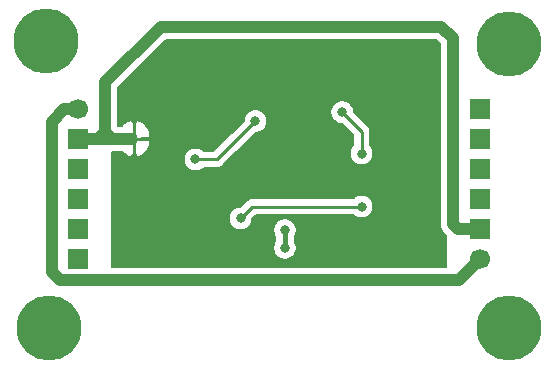
<source format=gbr>
G04 #@! TF.GenerationSoftware,KiCad,Pcbnew,(5.1.4)-1*
G04 #@! TF.CreationDate,2021-06-06T23:25:39+03:00*
G04 #@! TF.ProjectId,OEP-1,4f45502d-312e-46b6-9963-61645f706362,rev?*
G04 #@! TF.SameCoordinates,Original*
G04 #@! TF.FileFunction,Copper,L2,Bot*
G04 #@! TF.FilePolarity,Positive*
%FSLAX46Y46*%
G04 Gerber Fmt 4.6, Leading zero omitted, Abs format (unit mm)*
G04 Created by KiCad (PCBNEW (5.1.4)-1) date 2021-06-06 23:25:39*
%MOMM*%
%LPD*%
G04 APERTURE LIST*
%ADD10C,0.100000*%
%ADD11C,5.500000*%
%ADD12O,0.500000X1.000000*%
%ADD13C,1.700000*%
%ADD14R,1.700000X1.700000*%
%ADD15C,0.800000*%
%ADD16C,0.250000*%
%ADD17C,0.450000*%
%ADD18C,1.000000*%
%ADD19C,0.200000*%
G04 APERTURE END LIST*
D10*
G36*
X109250000Y-156500000D02*
G01*
X110250000Y-156500000D01*
X110250000Y-155500000D01*
X109250000Y-155500000D01*
X109250000Y-156500000D01*
G37*
D11*
X142000000Y-148000000D03*
X142000000Y-172000000D03*
X102750000Y-147750000D03*
X103000000Y-172000000D03*
D12*
X109250000Y-156000000D03*
X110250000Y-156000000D03*
D13*
X139500000Y-166200000D03*
D14*
X139500000Y-163660000D03*
X139500000Y-161120000D03*
X139500000Y-158580000D03*
X139500000Y-156040000D03*
X139500000Y-153500000D03*
D13*
X105500000Y-153500000D03*
D14*
X105500000Y-156040000D03*
X105500000Y-158580000D03*
X105500000Y-161120000D03*
X105500000Y-163660000D03*
X105500000Y-166200000D03*
D15*
X115425000Y-157750000D03*
X120500000Y-154500000D03*
X123000000Y-165250000D03*
X123000000Y-163750000D03*
X124500000Y-150750000D03*
X111500000Y-154000000D03*
X131500000Y-155750000D03*
X113500000Y-164000000D03*
X115500000Y-160500000D03*
X129500000Y-159250000D03*
X124500000Y-148750000D03*
X127250000Y-156000000D03*
X135750000Y-151000000D03*
X119250000Y-162750000D03*
X129500000Y-161750000D03*
X127849999Y-153750000D03*
X129500000Y-157250000D03*
D16*
X117250000Y-157750000D02*
X120500000Y-154500000D01*
X115425000Y-157750000D02*
X117250000Y-157750000D01*
D17*
X123000000Y-165250000D02*
X123000000Y-163750000D01*
D16*
X110250000Y-156000000D02*
X111750000Y-156000000D01*
X110250000Y-156000000D02*
X110250000Y-154500000D01*
X110250000Y-156000000D02*
X110250000Y-157250000D01*
X120250000Y-161750000D02*
X119250000Y-162750000D01*
X129500000Y-161750000D02*
X120250000Y-161750000D01*
X129500000Y-155400001D02*
X127849999Y-153750000D01*
X129500000Y-157250000D02*
X129500000Y-155400001D01*
D18*
X137749999Y-167950001D02*
X139500000Y-166200000D01*
X103929999Y-167950001D02*
X137749999Y-167950001D01*
X103250000Y-167270002D02*
X103929999Y-167950001D01*
X103250000Y-154547919D02*
X103250000Y-167270002D01*
X104297919Y-153500000D02*
X103250000Y-154547919D01*
X105500000Y-153500000D02*
X104297919Y-153500000D01*
X109099990Y-156040000D02*
X109099990Y-156000000D01*
X105500000Y-156040000D02*
X107099990Y-156040000D01*
X107099990Y-156040000D02*
X107790000Y-156040000D01*
X107099990Y-156040000D02*
X107120000Y-156040000D01*
X108290000Y-156040000D02*
X109099990Y-156040000D01*
X107790000Y-156040000D02*
X108290000Y-156040000D01*
X107210000Y-156040000D02*
X107790000Y-155460000D01*
X107099990Y-156040000D02*
X107210000Y-156040000D01*
X107790000Y-156040000D02*
X107790000Y-155460000D01*
X108290000Y-155960000D02*
X107790000Y-155460000D01*
X108290000Y-156040000D02*
X108290000Y-155960000D01*
X137650000Y-163660000D02*
X139500000Y-163660000D01*
X107790000Y-155460000D02*
X107790000Y-151210000D01*
X107790000Y-151210000D02*
X112500000Y-146500000D01*
X112500000Y-146500000D02*
X136250000Y-146500000D01*
X136250000Y-146500000D02*
X137250000Y-147500000D01*
X137250000Y-147500000D02*
X137250000Y-163260000D01*
X137250000Y-163260000D02*
X137650000Y-163660000D01*
D19*
G36*
X136150000Y-147955634D02*
G01*
X136150001Y-163205956D01*
X136144678Y-163260000D01*
X136162837Y-163444362D01*
X136165917Y-163475638D01*
X136219268Y-163651509D01*
X136228817Y-163682988D01*
X136330958Y-163874084D01*
X136410698Y-163971247D01*
X136468420Y-164041581D01*
X136510395Y-164076029D01*
X136650000Y-164215634D01*
X136650000Y-166850001D01*
X108350000Y-166850001D01*
X108350000Y-162651509D01*
X118250000Y-162651509D01*
X118250000Y-162848491D01*
X118288429Y-163041689D01*
X118363811Y-163223678D01*
X118473249Y-163387463D01*
X118612537Y-163526751D01*
X118776322Y-163636189D01*
X118958311Y-163711571D01*
X119151509Y-163750000D01*
X119348491Y-163750000D01*
X119541689Y-163711571D01*
X119686692Y-163651509D01*
X122000000Y-163651509D01*
X122000000Y-163848491D01*
X122038429Y-164041689D01*
X122113811Y-164223678D01*
X122175001Y-164315254D01*
X122175000Y-164684746D01*
X122113811Y-164776322D01*
X122038429Y-164958311D01*
X122000000Y-165151509D01*
X122000000Y-165348491D01*
X122038429Y-165541689D01*
X122113811Y-165723678D01*
X122223249Y-165887463D01*
X122362537Y-166026751D01*
X122526322Y-166136189D01*
X122708311Y-166211571D01*
X122901509Y-166250000D01*
X123098491Y-166250000D01*
X123291689Y-166211571D01*
X123473678Y-166136189D01*
X123637463Y-166026751D01*
X123776751Y-165887463D01*
X123886189Y-165723678D01*
X123961571Y-165541689D01*
X124000000Y-165348491D01*
X124000000Y-165151509D01*
X123961571Y-164958311D01*
X123886189Y-164776322D01*
X123825000Y-164684746D01*
X123825000Y-164315254D01*
X123886189Y-164223678D01*
X123961571Y-164041689D01*
X124000000Y-163848491D01*
X124000000Y-163651509D01*
X123961571Y-163458311D01*
X123886189Y-163276322D01*
X123776751Y-163112537D01*
X123637463Y-162973249D01*
X123473678Y-162863811D01*
X123291689Y-162788429D01*
X123098491Y-162750000D01*
X122901509Y-162750000D01*
X122708311Y-162788429D01*
X122526322Y-162863811D01*
X122362537Y-162973249D01*
X122223249Y-163112537D01*
X122113811Y-163276322D01*
X122038429Y-163458311D01*
X122000000Y-163651509D01*
X119686692Y-163651509D01*
X119723678Y-163636189D01*
X119887463Y-163526751D01*
X120026751Y-163387463D01*
X120136189Y-163223678D01*
X120211571Y-163041689D01*
X120250000Y-162848491D01*
X120250000Y-162775304D01*
X120550305Y-162475000D01*
X128810786Y-162475000D01*
X128862537Y-162526751D01*
X129026322Y-162636189D01*
X129208311Y-162711571D01*
X129401509Y-162750000D01*
X129598491Y-162750000D01*
X129791689Y-162711571D01*
X129973678Y-162636189D01*
X130137463Y-162526751D01*
X130276751Y-162387463D01*
X130386189Y-162223678D01*
X130461571Y-162041689D01*
X130500000Y-161848491D01*
X130500000Y-161651509D01*
X130461571Y-161458311D01*
X130386189Y-161276322D01*
X130276751Y-161112537D01*
X130137463Y-160973249D01*
X129973678Y-160863811D01*
X129791689Y-160788429D01*
X129598491Y-160750000D01*
X129401509Y-160750000D01*
X129208311Y-160788429D01*
X129026322Y-160863811D01*
X128862537Y-160973249D01*
X128810786Y-161025000D01*
X120285600Y-161025000D01*
X120250000Y-161021494D01*
X120214400Y-161025000D01*
X120214393Y-161025000D01*
X120107875Y-161035491D01*
X119971212Y-161076947D01*
X119845263Y-161144268D01*
X119762525Y-161212170D01*
X119762523Y-161212172D01*
X119734868Y-161234868D01*
X119712172Y-161262523D01*
X119224696Y-161750000D01*
X119151509Y-161750000D01*
X118958311Y-161788429D01*
X118776322Y-161863811D01*
X118612537Y-161973249D01*
X118473249Y-162112537D01*
X118363811Y-162276322D01*
X118288429Y-162458311D01*
X118250000Y-162651509D01*
X108350000Y-162651509D01*
X108350000Y-157651509D01*
X114425000Y-157651509D01*
X114425000Y-157848491D01*
X114463429Y-158041689D01*
X114538811Y-158223678D01*
X114648249Y-158387463D01*
X114787537Y-158526751D01*
X114951322Y-158636189D01*
X115133311Y-158711571D01*
X115326509Y-158750000D01*
X115523491Y-158750000D01*
X115716689Y-158711571D01*
X115898678Y-158636189D01*
X116062463Y-158526751D01*
X116114214Y-158475000D01*
X117214403Y-158475000D01*
X117250000Y-158478506D01*
X117285597Y-158475000D01*
X117285607Y-158475000D01*
X117392125Y-158464509D01*
X117528788Y-158423053D01*
X117654737Y-158355731D01*
X117765132Y-158265132D01*
X117787832Y-158237472D01*
X120525305Y-155500000D01*
X120598491Y-155500000D01*
X120791689Y-155461571D01*
X120973678Y-155386189D01*
X121137463Y-155276751D01*
X121276751Y-155137463D01*
X121386189Y-154973678D01*
X121461571Y-154791689D01*
X121500000Y-154598491D01*
X121500000Y-154401509D01*
X121461571Y-154208311D01*
X121386189Y-154026322D01*
X121276751Y-153862537D01*
X121137463Y-153723249D01*
X121030097Y-153651509D01*
X126849999Y-153651509D01*
X126849999Y-153848491D01*
X126888428Y-154041689D01*
X126963810Y-154223678D01*
X127073248Y-154387463D01*
X127212536Y-154526751D01*
X127376321Y-154636189D01*
X127558310Y-154711571D01*
X127751508Y-154750000D01*
X127824695Y-154750000D01*
X128775001Y-155700307D01*
X128775000Y-156560786D01*
X128723249Y-156612537D01*
X128613811Y-156776322D01*
X128538429Y-156958311D01*
X128500000Y-157151509D01*
X128500000Y-157348491D01*
X128538429Y-157541689D01*
X128613811Y-157723678D01*
X128723249Y-157887463D01*
X128862537Y-158026751D01*
X129026322Y-158136189D01*
X129208311Y-158211571D01*
X129401509Y-158250000D01*
X129598491Y-158250000D01*
X129791689Y-158211571D01*
X129973678Y-158136189D01*
X130137463Y-158026751D01*
X130276751Y-157887463D01*
X130386189Y-157723678D01*
X130461571Y-157541689D01*
X130500000Y-157348491D01*
X130500000Y-157151509D01*
X130461571Y-156958311D01*
X130386189Y-156776322D01*
X130276751Y-156612537D01*
X130225000Y-156560786D01*
X130225000Y-155435598D01*
X130228506Y-155400001D01*
X130225000Y-155364404D01*
X130225000Y-155364394D01*
X130214509Y-155257876D01*
X130173053Y-155121213D01*
X130105731Y-154995264D01*
X130092542Y-154979193D01*
X130037830Y-154912526D01*
X130037828Y-154912524D01*
X130015132Y-154884869D01*
X129987477Y-154862173D01*
X128849999Y-153724696D01*
X128849999Y-153651509D01*
X128811570Y-153458311D01*
X128736188Y-153276322D01*
X128626750Y-153112537D01*
X128487462Y-152973249D01*
X128323677Y-152863811D01*
X128141688Y-152788429D01*
X127948490Y-152750000D01*
X127751508Y-152750000D01*
X127558310Y-152788429D01*
X127376321Y-152863811D01*
X127212536Y-152973249D01*
X127073248Y-153112537D01*
X126963810Y-153276322D01*
X126888428Y-153458311D01*
X126849999Y-153651509D01*
X121030097Y-153651509D01*
X120973678Y-153613811D01*
X120791689Y-153538429D01*
X120598491Y-153500000D01*
X120401509Y-153500000D01*
X120208311Y-153538429D01*
X120026322Y-153613811D01*
X119862537Y-153723249D01*
X119723249Y-153862537D01*
X119613811Y-154026322D01*
X119538429Y-154208311D01*
X119500000Y-154401509D01*
X119500000Y-154474695D01*
X116949696Y-157025000D01*
X116114214Y-157025000D01*
X116062463Y-156973249D01*
X115898678Y-156863811D01*
X115716689Y-156788429D01*
X115523491Y-156750000D01*
X115326509Y-156750000D01*
X115133311Y-156788429D01*
X114951322Y-156863811D01*
X114787537Y-156973249D01*
X114648249Y-157112537D01*
X114538811Y-157276322D01*
X114463429Y-157458311D01*
X114425000Y-157651509D01*
X108350000Y-157651509D01*
X108350000Y-157140000D01*
X109045954Y-157140000D01*
X109099990Y-157145322D01*
X109154026Y-157140000D01*
X109236089Y-157131918D01*
X109313084Y-157222272D01*
X109520767Y-157386373D01*
X109756474Y-157506804D01*
X110011147Y-157578937D01*
X110014158Y-157579239D01*
X110225000Y-157324709D01*
X110225000Y-157100000D01*
X110250000Y-157100000D01*
X110275000Y-157097549D01*
X110275000Y-157324709D01*
X110485842Y-157579239D01*
X110488853Y-157578937D01*
X110743526Y-157506804D01*
X110979233Y-157386373D01*
X111186916Y-157222272D01*
X111358594Y-157020807D01*
X111487670Y-156789720D01*
X111569183Y-156537892D01*
X111600000Y-156275000D01*
X111600000Y-156025000D01*
X110850000Y-156025000D01*
X110850000Y-155975000D01*
X111600000Y-155975000D01*
X111600000Y-155725000D01*
X111569183Y-155462108D01*
X111487670Y-155210280D01*
X111358594Y-154979193D01*
X111186916Y-154777728D01*
X110979233Y-154613627D01*
X110743526Y-154493196D01*
X110488853Y-154421063D01*
X110485842Y-154420761D01*
X110275000Y-154675291D01*
X110275000Y-154901923D01*
X110258377Y-154900058D01*
X110254332Y-154900030D01*
X110254189Y-154900015D01*
X110254046Y-154900028D01*
X110250000Y-154900000D01*
X110225000Y-154900000D01*
X110225000Y-154675291D01*
X110014158Y-154420761D01*
X110011147Y-154421063D01*
X109756474Y-154493196D01*
X109520767Y-154613627D01*
X109313084Y-154777728D01*
X109208949Y-154899931D01*
X109181140Y-154902670D01*
X109099990Y-154894678D01*
X108890000Y-154915360D01*
X108890000Y-151665634D01*
X112955635Y-147600000D01*
X135794366Y-147600000D01*
X136150000Y-147955634D01*
X136150000Y-147955634D01*
G37*
X136150000Y-147955634D02*
X136150001Y-163205956D01*
X136144678Y-163260000D01*
X136162837Y-163444362D01*
X136165917Y-163475638D01*
X136219268Y-163651509D01*
X136228817Y-163682988D01*
X136330958Y-163874084D01*
X136410698Y-163971247D01*
X136468420Y-164041581D01*
X136510395Y-164076029D01*
X136650000Y-164215634D01*
X136650000Y-166850001D01*
X108350000Y-166850001D01*
X108350000Y-162651509D01*
X118250000Y-162651509D01*
X118250000Y-162848491D01*
X118288429Y-163041689D01*
X118363811Y-163223678D01*
X118473249Y-163387463D01*
X118612537Y-163526751D01*
X118776322Y-163636189D01*
X118958311Y-163711571D01*
X119151509Y-163750000D01*
X119348491Y-163750000D01*
X119541689Y-163711571D01*
X119686692Y-163651509D01*
X122000000Y-163651509D01*
X122000000Y-163848491D01*
X122038429Y-164041689D01*
X122113811Y-164223678D01*
X122175001Y-164315254D01*
X122175000Y-164684746D01*
X122113811Y-164776322D01*
X122038429Y-164958311D01*
X122000000Y-165151509D01*
X122000000Y-165348491D01*
X122038429Y-165541689D01*
X122113811Y-165723678D01*
X122223249Y-165887463D01*
X122362537Y-166026751D01*
X122526322Y-166136189D01*
X122708311Y-166211571D01*
X122901509Y-166250000D01*
X123098491Y-166250000D01*
X123291689Y-166211571D01*
X123473678Y-166136189D01*
X123637463Y-166026751D01*
X123776751Y-165887463D01*
X123886189Y-165723678D01*
X123961571Y-165541689D01*
X124000000Y-165348491D01*
X124000000Y-165151509D01*
X123961571Y-164958311D01*
X123886189Y-164776322D01*
X123825000Y-164684746D01*
X123825000Y-164315254D01*
X123886189Y-164223678D01*
X123961571Y-164041689D01*
X124000000Y-163848491D01*
X124000000Y-163651509D01*
X123961571Y-163458311D01*
X123886189Y-163276322D01*
X123776751Y-163112537D01*
X123637463Y-162973249D01*
X123473678Y-162863811D01*
X123291689Y-162788429D01*
X123098491Y-162750000D01*
X122901509Y-162750000D01*
X122708311Y-162788429D01*
X122526322Y-162863811D01*
X122362537Y-162973249D01*
X122223249Y-163112537D01*
X122113811Y-163276322D01*
X122038429Y-163458311D01*
X122000000Y-163651509D01*
X119686692Y-163651509D01*
X119723678Y-163636189D01*
X119887463Y-163526751D01*
X120026751Y-163387463D01*
X120136189Y-163223678D01*
X120211571Y-163041689D01*
X120250000Y-162848491D01*
X120250000Y-162775304D01*
X120550305Y-162475000D01*
X128810786Y-162475000D01*
X128862537Y-162526751D01*
X129026322Y-162636189D01*
X129208311Y-162711571D01*
X129401509Y-162750000D01*
X129598491Y-162750000D01*
X129791689Y-162711571D01*
X129973678Y-162636189D01*
X130137463Y-162526751D01*
X130276751Y-162387463D01*
X130386189Y-162223678D01*
X130461571Y-162041689D01*
X130500000Y-161848491D01*
X130500000Y-161651509D01*
X130461571Y-161458311D01*
X130386189Y-161276322D01*
X130276751Y-161112537D01*
X130137463Y-160973249D01*
X129973678Y-160863811D01*
X129791689Y-160788429D01*
X129598491Y-160750000D01*
X129401509Y-160750000D01*
X129208311Y-160788429D01*
X129026322Y-160863811D01*
X128862537Y-160973249D01*
X128810786Y-161025000D01*
X120285600Y-161025000D01*
X120250000Y-161021494D01*
X120214400Y-161025000D01*
X120214393Y-161025000D01*
X120107875Y-161035491D01*
X119971212Y-161076947D01*
X119845263Y-161144268D01*
X119762525Y-161212170D01*
X119762523Y-161212172D01*
X119734868Y-161234868D01*
X119712172Y-161262523D01*
X119224696Y-161750000D01*
X119151509Y-161750000D01*
X118958311Y-161788429D01*
X118776322Y-161863811D01*
X118612537Y-161973249D01*
X118473249Y-162112537D01*
X118363811Y-162276322D01*
X118288429Y-162458311D01*
X118250000Y-162651509D01*
X108350000Y-162651509D01*
X108350000Y-157651509D01*
X114425000Y-157651509D01*
X114425000Y-157848491D01*
X114463429Y-158041689D01*
X114538811Y-158223678D01*
X114648249Y-158387463D01*
X114787537Y-158526751D01*
X114951322Y-158636189D01*
X115133311Y-158711571D01*
X115326509Y-158750000D01*
X115523491Y-158750000D01*
X115716689Y-158711571D01*
X115898678Y-158636189D01*
X116062463Y-158526751D01*
X116114214Y-158475000D01*
X117214403Y-158475000D01*
X117250000Y-158478506D01*
X117285597Y-158475000D01*
X117285607Y-158475000D01*
X117392125Y-158464509D01*
X117528788Y-158423053D01*
X117654737Y-158355731D01*
X117765132Y-158265132D01*
X117787832Y-158237472D01*
X120525305Y-155500000D01*
X120598491Y-155500000D01*
X120791689Y-155461571D01*
X120973678Y-155386189D01*
X121137463Y-155276751D01*
X121276751Y-155137463D01*
X121386189Y-154973678D01*
X121461571Y-154791689D01*
X121500000Y-154598491D01*
X121500000Y-154401509D01*
X121461571Y-154208311D01*
X121386189Y-154026322D01*
X121276751Y-153862537D01*
X121137463Y-153723249D01*
X121030097Y-153651509D01*
X126849999Y-153651509D01*
X126849999Y-153848491D01*
X126888428Y-154041689D01*
X126963810Y-154223678D01*
X127073248Y-154387463D01*
X127212536Y-154526751D01*
X127376321Y-154636189D01*
X127558310Y-154711571D01*
X127751508Y-154750000D01*
X127824695Y-154750000D01*
X128775001Y-155700307D01*
X128775000Y-156560786D01*
X128723249Y-156612537D01*
X128613811Y-156776322D01*
X128538429Y-156958311D01*
X128500000Y-157151509D01*
X128500000Y-157348491D01*
X128538429Y-157541689D01*
X128613811Y-157723678D01*
X128723249Y-157887463D01*
X128862537Y-158026751D01*
X129026322Y-158136189D01*
X129208311Y-158211571D01*
X129401509Y-158250000D01*
X129598491Y-158250000D01*
X129791689Y-158211571D01*
X129973678Y-158136189D01*
X130137463Y-158026751D01*
X130276751Y-157887463D01*
X130386189Y-157723678D01*
X130461571Y-157541689D01*
X130500000Y-157348491D01*
X130500000Y-157151509D01*
X130461571Y-156958311D01*
X130386189Y-156776322D01*
X130276751Y-156612537D01*
X130225000Y-156560786D01*
X130225000Y-155435598D01*
X130228506Y-155400001D01*
X130225000Y-155364404D01*
X130225000Y-155364394D01*
X130214509Y-155257876D01*
X130173053Y-155121213D01*
X130105731Y-154995264D01*
X130092542Y-154979193D01*
X130037830Y-154912526D01*
X130037828Y-154912524D01*
X130015132Y-154884869D01*
X129987477Y-154862173D01*
X128849999Y-153724696D01*
X128849999Y-153651509D01*
X128811570Y-153458311D01*
X128736188Y-153276322D01*
X128626750Y-153112537D01*
X128487462Y-152973249D01*
X128323677Y-152863811D01*
X128141688Y-152788429D01*
X127948490Y-152750000D01*
X127751508Y-152750000D01*
X127558310Y-152788429D01*
X127376321Y-152863811D01*
X127212536Y-152973249D01*
X127073248Y-153112537D01*
X126963810Y-153276322D01*
X126888428Y-153458311D01*
X126849999Y-153651509D01*
X121030097Y-153651509D01*
X120973678Y-153613811D01*
X120791689Y-153538429D01*
X120598491Y-153500000D01*
X120401509Y-153500000D01*
X120208311Y-153538429D01*
X120026322Y-153613811D01*
X119862537Y-153723249D01*
X119723249Y-153862537D01*
X119613811Y-154026322D01*
X119538429Y-154208311D01*
X119500000Y-154401509D01*
X119500000Y-154474695D01*
X116949696Y-157025000D01*
X116114214Y-157025000D01*
X116062463Y-156973249D01*
X115898678Y-156863811D01*
X115716689Y-156788429D01*
X115523491Y-156750000D01*
X115326509Y-156750000D01*
X115133311Y-156788429D01*
X114951322Y-156863811D01*
X114787537Y-156973249D01*
X114648249Y-157112537D01*
X114538811Y-157276322D01*
X114463429Y-157458311D01*
X114425000Y-157651509D01*
X108350000Y-157651509D01*
X108350000Y-157140000D01*
X109045954Y-157140000D01*
X109099990Y-157145322D01*
X109154026Y-157140000D01*
X109236089Y-157131918D01*
X109313084Y-157222272D01*
X109520767Y-157386373D01*
X109756474Y-157506804D01*
X110011147Y-157578937D01*
X110014158Y-157579239D01*
X110225000Y-157324709D01*
X110225000Y-157100000D01*
X110250000Y-157100000D01*
X110275000Y-157097549D01*
X110275000Y-157324709D01*
X110485842Y-157579239D01*
X110488853Y-157578937D01*
X110743526Y-157506804D01*
X110979233Y-157386373D01*
X111186916Y-157222272D01*
X111358594Y-157020807D01*
X111487670Y-156789720D01*
X111569183Y-156537892D01*
X111600000Y-156275000D01*
X111600000Y-156025000D01*
X110850000Y-156025000D01*
X110850000Y-155975000D01*
X111600000Y-155975000D01*
X111600000Y-155725000D01*
X111569183Y-155462108D01*
X111487670Y-155210280D01*
X111358594Y-154979193D01*
X111186916Y-154777728D01*
X110979233Y-154613627D01*
X110743526Y-154493196D01*
X110488853Y-154421063D01*
X110485842Y-154420761D01*
X110275000Y-154675291D01*
X110275000Y-154901923D01*
X110258377Y-154900058D01*
X110254332Y-154900030D01*
X110254189Y-154900015D01*
X110254046Y-154900028D01*
X110250000Y-154900000D01*
X110225000Y-154900000D01*
X110225000Y-154675291D01*
X110014158Y-154420761D01*
X110011147Y-154421063D01*
X109756474Y-154493196D01*
X109520767Y-154613627D01*
X109313084Y-154777728D01*
X109208949Y-154899931D01*
X109181140Y-154902670D01*
X109099990Y-154894678D01*
X108890000Y-154915360D01*
X108890000Y-151665634D01*
X112955635Y-147600000D01*
X135794366Y-147600000D01*
X136150000Y-147955634D01*
M02*

</source>
